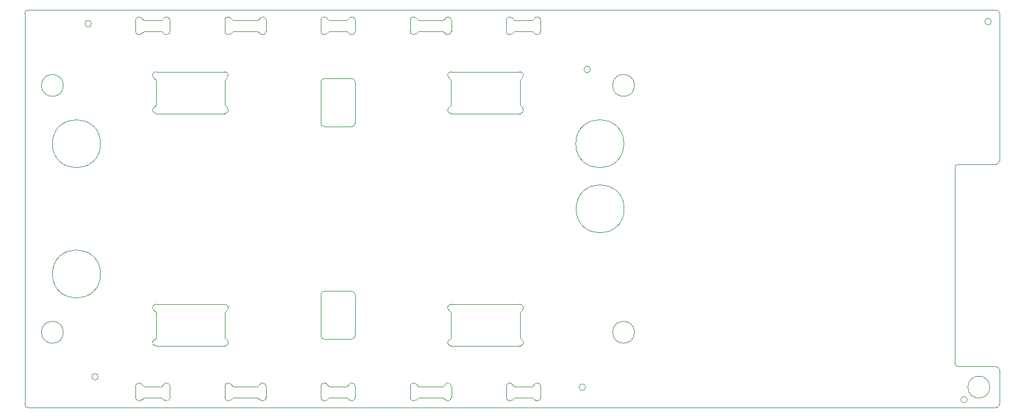
<source format=gm1>
G04 #@! TF.GenerationSoftware,KiCad,Pcbnew,(6.0.5-0)*
G04 #@! TF.CreationDate,2022-08-15T05:53:00+09:00*
G04 #@! TF.ProjectId,qLAMP-main,714c414d-502d-46d6-9169-6e2e6b696361,rev?*
G04 #@! TF.SameCoordinates,Original*
G04 #@! TF.FileFunction,Profile,NP*
%FSLAX46Y46*%
G04 Gerber Fmt 4.6, Leading zero omitted, Abs format (unit mm)*
G04 Created by KiCad (PCBNEW (6.0.5-0)) date 2022-08-15 05:53:00*
%MOMM*%
%LPD*%
G01*
G04 APERTURE LIST*
G04 #@! TA.AperFunction,Profile*
%ADD10C,0.100000*%
G04 #@! TD*
G04 APERTURE END LIST*
D10*
X111357157Y-127898251D02*
X111003604Y-127544698D01*
X96150050Y-76101749D02*
X96150050Y-74501749D01*
X110150101Y-76101750D02*
G75*
G03*
X111003604Y-76455302I499999J50D01*
G01*
X110150050Y-76101749D02*
X110150050Y-74501749D01*
X87296497Y-127544698D02*
X86942944Y-127898251D01*
X88150050Y-76101749D02*
X88150050Y-74501749D01*
X96150000Y-129498251D02*
G75*
G03*
X97003603Y-129851804I500000J-49D01*
G01*
X138357157Y-74501749D02*
X140942944Y-74501749D01*
X78035996Y-92499993D02*
G75*
G03*
X78035996Y-92499993I-3500001J0D01*
G01*
X124357157Y-74501749D02*
X127942944Y-74501749D01*
X72636000Y-84000000D02*
G75*
G03*
X72636000Y-84000000I-1600000J0D01*
G01*
X115150050Y-129498251D02*
X115150050Y-127898251D01*
X111003640Y-127544662D02*
G75*
G03*
X110150050Y-127898250I-353540J-353638D01*
G01*
X88150169Y-127898251D02*
G75*
G03*
X87296497Y-127544698I-500069J-49D01*
G01*
X129135050Y-121998251D02*
X139135050Y-121998251D01*
X138357157Y-127898251D02*
X138003604Y-127544698D01*
X115136000Y-114500000D02*
G75*
G03*
X114636000Y-114000000I-500000J0D01*
G01*
X209000000Y-95000000D02*
X209000000Y-73500000D01*
X113942944Y-129498251D02*
X114296497Y-129851805D01*
X140942944Y-127898251D02*
X138357157Y-127898251D01*
X208500000Y-95500000D02*
G75*
G03*
X209000000Y-95000000I0J500000D01*
G01*
X142150169Y-127898251D02*
G75*
G03*
X141296497Y-127544698I-500069J-49D01*
G01*
X139135050Y-86894642D02*
X139488604Y-87248195D01*
X128781497Y-116751805D02*
X129135050Y-117105358D01*
X128781581Y-121144782D02*
G75*
G03*
X129135050Y-121998250I353519J-353518D01*
G01*
X111003604Y-129851805D02*
X111357157Y-129498251D01*
X139488688Y-116751889D02*
G75*
G03*
X139135050Y-115898250I-353588J353589D01*
G01*
X110136000Y-89500000D02*
X110136000Y-83500000D01*
X207600000Y-128000000D02*
G75*
G03*
X207600000Y-128000000I-1600000J0D01*
G01*
X129135050Y-115898300D02*
G75*
G03*
X128781497Y-116751804I50J-500000D01*
G01*
X208500000Y-131000000D02*
X67500000Y-131000000D01*
X96135050Y-120791145D02*
X96135050Y-117105358D01*
X96488604Y-121144698D02*
X96135050Y-120791145D01*
X139488569Y-82855268D02*
G75*
G03*
X139135050Y-82001749I-353469J353568D01*
G01*
X96488688Y-116751889D02*
G75*
G03*
X96135050Y-115898250I-353588J353589D01*
G01*
X96150050Y-127898251D02*
X96150050Y-129498251D01*
X127942944Y-76101749D02*
X124357157Y-76101749D01*
X114636000Y-121000000D02*
X110636000Y-121000000D01*
X110150000Y-129498251D02*
G75*
G03*
X111003603Y-129851804I500000J-49D01*
G01*
X97357157Y-127898251D02*
X97003604Y-127544698D01*
X110136000Y-120500000D02*
G75*
G03*
X110636000Y-121000000I500000J0D01*
G01*
X140942944Y-76101749D02*
X138357157Y-76101749D01*
X139135050Y-82001749D02*
X129135050Y-82001749D01*
X110636000Y-114000000D02*
G75*
G03*
X110136000Y-114500000I0J-500000D01*
G01*
X85781497Y-116751805D02*
X86135050Y-117105358D01*
X141296581Y-76455218D02*
G75*
G03*
X142150050Y-76101749I353519J353518D01*
G01*
X139135050Y-120791145D02*
X139135050Y-117105358D01*
X123150050Y-76101749D02*
X123150050Y-74501749D01*
X86942944Y-74501749D02*
X84357157Y-74501749D01*
X85781412Y-87248111D02*
G75*
G03*
X86135050Y-88101749I353588J-353589D01*
G01*
X67000000Y-130500000D02*
G75*
G03*
X67500000Y-131000000I500000J0D01*
G01*
X96135050Y-115898251D02*
X86135050Y-115898251D01*
X129150050Y-129498251D02*
X129150050Y-127898251D01*
X139135050Y-115898251D02*
X129135050Y-115898251D01*
X208500000Y-125000000D02*
X203000000Y-125000000D01*
X102150050Y-129498251D02*
X102150050Y-127898251D01*
X129150050Y-74501749D02*
X129150050Y-76101749D01*
X115136000Y-83500000D02*
G75*
G03*
X114636000Y-83000000I-500000J0D01*
G01*
X87296412Y-129851890D02*
G75*
G03*
X88150050Y-129498250I353588J353590D01*
G01*
X113942944Y-127898251D02*
X111357157Y-127898251D01*
X78036000Y-111500000D02*
G75*
G03*
X78036000Y-111500000I-3500000J0D01*
G01*
X209000000Y-73500000D02*
G75*
G03*
X208500000Y-73000000I-500000J0D01*
G01*
X124357157Y-76101749D02*
X124003604Y-76455302D01*
X96488604Y-82855302D02*
X96135050Y-83208855D01*
X84357157Y-76101749D02*
X86942944Y-76101749D01*
X72636000Y-120000000D02*
G75*
G03*
X72636000Y-120000000I-1600000J0D01*
G01*
X115150169Y-127898251D02*
G75*
G03*
X114296497Y-127544698I-500069J-49D01*
G01*
X154278441Y-92500000D02*
G75*
G03*
X154278441Y-92500000I-3500000J0D01*
G01*
X83150000Y-129498251D02*
G75*
G03*
X84003603Y-129851804I500000J-49D01*
G01*
X139488604Y-121144698D02*
X139135050Y-120791145D01*
X128781497Y-87248195D02*
X129135050Y-86894642D01*
X97357157Y-74501749D02*
X100942944Y-74501749D01*
X84357157Y-127898251D02*
X84003604Y-127544698D01*
X97357157Y-76101749D02*
X97003604Y-76455302D01*
X123150050Y-127898251D02*
X123150050Y-129498251D01*
X202500000Y-124500000D02*
G75*
G03*
X203000000Y-125000000I500000J0D01*
G01*
X127942944Y-127898251D02*
X124357157Y-127898251D01*
X100942944Y-127898251D02*
X97357157Y-127898251D01*
X85781497Y-87248195D02*
X86135050Y-86894642D01*
X97003604Y-129851805D02*
X97357157Y-129498251D01*
X203000000Y-95500000D02*
X208500000Y-95500000D01*
X86135050Y-83208855D02*
X85781497Y-82855302D01*
X114296497Y-127544698D02*
X113942944Y-127898251D01*
X102150050Y-74501749D02*
X102150050Y-76101749D01*
X86942944Y-127898251D02*
X84357157Y-127898251D01*
X96135050Y-86894642D02*
X96488604Y-87248195D01*
X141296412Y-129851890D02*
G75*
G03*
X142150050Y-129498250I353588J353590D01*
G01*
X129150101Y-74501750D02*
G75*
G03*
X128296497Y-74148195I-500001J50D01*
G01*
X137150000Y-129498251D02*
G75*
G03*
X138003603Y-129851804I500000J-49D01*
G01*
X85781581Y-121144782D02*
G75*
G03*
X86135050Y-121998250I353519J-353518D01*
G01*
X86135050Y-121998251D02*
X96135050Y-121998251D01*
X102150101Y-74501750D02*
G75*
G03*
X101296497Y-74148195I-500001J50D01*
G01*
X139135050Y-88101749D02*
X129135050Y-88101749D01*
X155836000Y-120000000D02*
G75*
G03*
X155836000Y-120000000I-1600000J0D01*
G01*
X86135050Y-115898300D02*
G75*
G03*
X85781497Y-116751804I50J-500000D01*
G01*
X110636000Y-114000000D02*
X114636000Y-114000000D01*
X128781412Y-87248111D02*
G75*
G03*
X129135050Y-88101749I353588J-353589D01*
G01*
X86942944Y-129498251D02*
X87296497Y-129851805D01*
X77711000Y-126500000D02*
G75*
G03*
X77711000Y-126500000I-475000J0D01*
G01*
X101296497Y-76455302D02*
X100942944Y-76101749D01*
X208500000Y-131000000D02*
G75*
G03*
X209000000Y-130500000I0J500000D01*
G01*
X123150101Y-76101750D02*
G75*
G03*
X124003604Y-76455302I499999J50D01*
G01*
X96135050Y-121998369D02*
G75*
G03*
X96488603Y-121144698I-50J500069D01*
G01*
X110136000Y-89500000D02*
G75*
G03*
X110636000Y-90000000I500000J0D01*
G01*
X87296497Y-74148196D02*
X86942944Y-74501749D01*
X110136000Y-120500000D02*
X110136000Y-114500000D01*
X83150050Y-74501749D02*
X83150050Y-76101749D01*
X142150050Y-129498251D02*
X142150050Y-127898251D01*
X114296497Y-76455302D02*
X113942944Y-76101749D01*
X86135050Y-120791145D02*
X85781497Y-121144698D01*
X139135050Y-121998369D02*
G75*
G03*
X139488603Y-121144698I-50J500069D01*
G01*
X140942944Y-129498251D02*
X141296497Y-129851805D01*
X67500000Y-73000000D02*
G75*
G03*
X67000000Y-73500000I0J-500000D01*
G01*
X114636000Y-121000000D02*
G75*
G03*
X115136000Y-120500000I0J500000D01*
G01*
X138357157Y-76101749D02*
X138003604Y-76455302D01*
X111003604Y-74148195D02*
X111357157Y-74501749D01*
X149415000Y-81660000D02*
G75*
G03*
X149415000Y-81660000I-475000J0D01*
G01*
X67000000Y-130500000D02*
X67000000Y-73500000D01*
X124003568Y-74148231D02*
G75*
G03*
X123150050Y-74501749I-353568J-353469D01*
G01*
X129150169Y-127898251D02*
G75*
G03*
X128296497Y-127544698I-500069J-49D01*
G01*
X140942944Y-74501749D02*
X141296497Y-74148195D01*
X124003604Y-74148195D02*
X124357157Y-74501749D01*
X101296497Y-127544698D02*
X100942944Y-127898251D01*
X154330992Y-101999999D02*
G75*
G03*
X154330992Y-101999999I-3500001J0D01*
G01*
X142150050Y-74501749D02*
X142150050Y-76101749D01*
X203000000Y-95500000D02*
G75*
G03*
X202500000Y-96000000I0J-500000D01*
G01*
X139135050Y-88101631D02*
G75*
G03*
X139488604Y-87248195I50J499931D01*
G01*
X137150050Y-76101749D02*
X137150050Y-74501749D01*
X111357157Y-76101749D02*
X111003604Y-76455302D01*
X83150001Y-76101749D02*
G75*
G03*
X84003603Y-76455302I499999J-51D01*
G01*
X124003604Y-129851805D02*
X124357157Y-129498251D01*
X84357157Y-129498251D02*
X86942944Y-129498251D01*
X97003568Y-74148231D02*
G75*
G03*
X96150050Y-74501749I-353568J-353469D01*
G01*
X115136000Y-89500000D02*
X115136000Y-83500000D01*
X113942944Y-74501749D02*
X114296497Y-74148195D01*
X88150100Y-74501749D02*
G75*
G03*
X87296497Y-74148196I-500000J49D01*
G01*
X128296497Y-127544698D02*
X127942944Y-127898251D01*
X111003568Y-74148231D02*
G75*
G03*
X110150050Y-74501749I-353568J-353469D01*
G01*
X129135050Y-120791145D02*
X128781497Y-121144698D01*
X86135050Y-82001701D02*
G75*
G03*
X85781497Y-82855302I-50J-499999D01*
G01*
X128296497Y-76455302D02*
X127942944Y-76101749D01*
X138003604Y-74148195D02*
X138357157Y-74501749D01*
X84003604Y-76455303D02*
X84357157Y-76101749D01*
X101296412Y-129851890D02*
G75*
G03*
X102150050Y-129498250I353588J353590D01*
G01*
X76711000Y-75000000D02*
G75*
G03*
X76711000Y-75000000I-475000J0D01*
G01*
X129135050Y-117105358D02*
X129135050Y-120791145D01*
X139135050Y-117105358D02*
X139488604Y-116751805D01*
X100942944Y-129498251D02*
X101296497Y-129851805D01*
X142150101Y-74501750D02*
G75*
G03*
X141296497Y-74148195I-500001J50D01*
G01*
X111357157Y-74501749D02*
X113942944Y-74501749D01*
X129135050Y-86894642D02*
X129135050Y-83208855D01*
X111357157Y-129498251D02*
X113942944Y-129498251D01*
X114296412Y-129851890D02*
G75*
G03*
X115150050Y-129498250I353588J353590D01*
G01*
X148711000Y-128000000D02*
G75*
G03*
X148711000Y-128000000I-475000J0D01*
G01*
X155836000Y-84000000D02*
G75*
G03*
X155836000Y-84000000I-1600000J0D01*
G01*
X127942944Y-129498251D02*
X128296497Y-129851805D01*
X102150169Y-127898251D02*
G75*
G03*
X101296497Y-127544698I-500069J-49D01*
G01*
X110150050Y-127898251D02*
X110150050Y-129498251D01*
X96135050Y-83208855D02*
X96135050Y-86894642D01*
X141296497Y-127544698D02*
X140942944Y-127898251D01*
X129135050Y-82001701D02*
G75*
G03*
X128781497Y-82855302I-50J-499999D01*
G01*
X101296581Y-76455218D02*
G75*
G03*
X102150050Y-76101749I353519J353518D01*
G01*
X124003640Y-127544662D02*
G75*
G03*
X123150050Y-127898250I-353540J-353638D01*
G01*
X115136000Y-120500000D02*
X115136000Y-114500000D01*
X138003640Y-127544662D02*
G75*
G03*
X137150050Y-127898250I-353540J-353638D01*
G01*
X100942944Y-74501749D02*
X101296497Y-74148195D01*
X124357157Y-129498251D02*
X127942944Y-129498251D01*
X84357157Y-74501749D02*
X84003604Y-74148196D01*
X127942944Y-74501749D02*
X128296497Y-74148195D01*
X204335000Y-129840000D02*
G75*
G03*
X204335000Y-129840000I-475000J0D01*
G01*
X84003639Y-74148161D02*
G75*
G03*
X83150050Y-74501748I-353539J-353639D01*
G01*
X124357157Y-127898251D02*
X124003604Y-127544698D01*
X115150101Y-74501750D02*
G75*
G03*
X114296497Y-74148195I-500001J50D01*
G01*
X86942944Y-76101749D02*
X87296497Y-76455303D01*
X207825000Y-74695000D02*
G75*
G03*
X207825000Y-74695000I-475000J0D01*
G01*
X128296412Y-129851890D02*
G75*
G03*
X129150050Y-129498250I353588J353590D01*
G01*
X141296497Y-76455302D02*
X140942944Y-76101749D01*
X97003640Y-127544662D02*
G75*
G03*
X96150050Y-127898250I-353540J-353638D01*
G01*
X86135050Y-86894642D02*
X86135050Y-83208855D01*
X96135050Y-88101631D02*
G75*
G03*
X96488604Y-87248195I50J499931D01*
G01*
X137150101Y-76101750D02*
G75*
G03*
X138003604Y-76455302I499999J50D01*
G01*
X97357157Y-129498251D02*
X100942944Y-129498251D01*
X139135050Y-83208855D02*
X139135050Y-86894642D01*
X138003568Y-74148231D02*
G75*
G03*
X137150050Y-74501749I-353568J-353469D01*
G01*
X138357157Y-129498251D02*
X140942944Y-129498251D01*
X115150050Y-74501749D02*
X115150050Y-76101749D01*
X110636000Y-83000000D02*
G75*
G03*
X110136000Y-83500000I0J-500000D01*
G01*
X96135050Y-88101749D02*
X86135050Y-88101749D01*
X110636000Y-83000000D02*
X114636000Y-83000000D01*
X139488604Y-82855302D02*
X139135050Y-83208855D01*
X86135050Y-117105358D02*
X86135050Y-120791145D01*
X138003604Y-129851805D02*
X138357157Y-129498251D01*
X209000000Y-125500000D02*
X209000000Y-130500000D01*
X114636000Y-90000000D02*
G75*
G03*
X115136000Y-89500000I0J500000D01*
G01*
X202500000Y-124500000D02*
X202500000Y-96000000D01*
X84003604Y-129851805D02*
X84357157Y-129498251D01*
X96488569Y-82855268D02*
G75*
G03*
X96135050Y-82001749I-353469J353568D01*
G01*
X83150050Y-127898251D02*
X83150050Y-129498251D01*
X96150101Y-76101750D02*
G75*
G03*
X97003604Y-76455302I499999J50D01*
G01*
X129135050Y-83208855D02*
X128781497Y-82855302D01*
X96135050Y-117105358D02*
X96488604Y-116751805D01*
X87296482Y-76455318D02*
G75*
G03*
X88150050Y-76101748I353618J353418D01*
G01*
X123150000Y-129498251D02*
G75*
G03*
X124003603Y-129851804I500000J-49D01*
G01*
X128296511Y-76455288D02*
G75*
G03*
X129150050Y-76101749I353489J353688D01*
G01*
X114636000Y-90000000D02*
X110636000Y-90000000D01*
X86135050Y-82001749D02*
X96135050Y-82001749D01*
X209000000Y-125500000D02*
G75*
G03*
X208500000Y-125000000I-500000J0D01*
G01*
X100942944Y-76101749D02*
X97357157Y-76101749D01*
X97003604Y-74148195D02*
X97357157Y-74501749D01*
X84003640Y-127544662D02*
G75*
G03*
X83150050Y-127898250I-353540J-353638D01*
G01*
X114296581Y-76455218D02*
G75*
G03*
X115150050Y-76101749I353519J353518D01*
G01*
X88150050Y-129498251D02*
X88150050Y-127898251D01*
X113942944Y-76101749D02*
X111357157Y-76101749D01*
X137150050Y-127898251D02*
X137150050Y-129498251D01*
X208500000Y-73000000D02*
X67500000Y-73000000D01*
M02*

</source>
